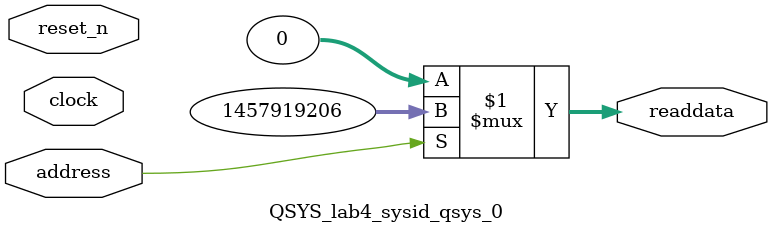
<source format=v>

`timescale 1ns / 1ps
// synthesis translate_on

// turn off superfluous verilog processor warnings 
// altera message_level Level1 
// altera message_off 10034 10035 10036 10037 10230 10240 10030 

module QSYS_lab4_sysid_qsys_0 (
               // inputs:
                address,
                clock,
                reset_n,

               // outputs:
                readdata
             )
;

  output  [ 31: 0] readdata;
  input            address;
  input            clock;
  input            reset_n;

  wire    [ 31: 0] readdata;
  //control_slave, which is an e_avalon_slave
  assign readdata = address ? 1457919206 : 0;

endmodule




</source>
